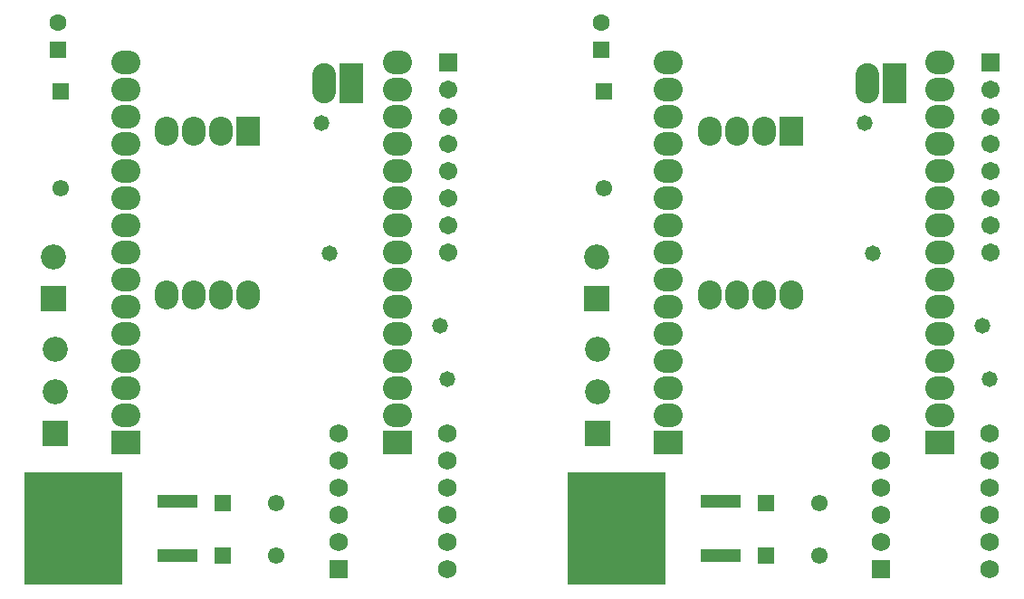
<source format=gbr>
G04*
G04 #@! TF.GenerationSoftware,Altium Limited,Altium Designer,25.0.2 (28)*
G04*
G04 Layer_Color=8388736*
%FSLAX44Y44*%
%MOMM*%
G71*
G04*
G04 #@! TF.SameCoordinates,8B6BD92A-2743-4FC7-A306-186CE1EE4446*
G04*
G04*
G04 #@! TF.FilePolarity,Negative*
G04*
G01*
G75*
%ADD39O,2.2032X3.7432*%
%ADD40R,2.2032X3.7432*%
%ADD41R,9.2032X10.5532*%
%ADD42R,3.7032X1.1532*%
%ADD43O,2.7032X2.2032*%
%ADD44R,2.7032X2.2032*%
%ADD45C,2.3532*%
%ADD46R,2.3532X2.3532*%
%ADD47C,1.7272*%
%ADD48R,1.7272X1.7272*%
%ADD49O,2.2032X2.7032*%
%ADD50R,2.2032X2.7032*%
%ADD51R,1.5532X1.5532*%
%ADD52C,1.5532*%
%ADD53C,1.7032*%
%ADD54R,1.7032X1.7032*%
%ADD55C,1.6032*%
%ADD56R,1.6032X1.6032*%
%ADD57R,1.5532X1.5532*%
%ADD58C,1.4732*%
D39*
X307690Y486770D02*
D03*
X815210D02*
D03*
D40*
X333090D02*
D03*
X840610D02*
D03*
D41*
X73240Y70220D02*
D03*
X580760D02*
D03*
D42*
X170740Y95620D02*
D03*
Y44820D02*
D03*
X678260Y95620D02*
D03*
Y44820D02*
D03*
D43*
X375740Y506270D02*
D03*
Y480870D02*
D03*
Y455470D02*
D03*
Y430070D02*
D03*
Y404670D02*
D03*
Y379270D02*
D03*
Y353870D02*
D03*
Y328470D02*
D03*
Y303070D02*
D03*
Y277670D02*
D03*
Y252270D02*
D03*
Y226870D02*
D03*
Y201470D02*
D03*
Y176070D02*
D03*
X121740Y226870D02*
D03*
Y506270D02*
D03*
Y480870D02*
D03*
Y455470D02*
D03*
Y430070D02*
D03*
Y404670D02*
D03*
Y379270D02*
D03*
Y353870D02*
D03*
Y328470D02*
D03*
Y303070D02*
D03*
Y277670D02*
D03*
Y252270D02*
D03*
Y201470D02*
D03*
Y176070D02*
D03*
X883260Y506270D02*
D03*
Y480870D02*
D03*
Y455470D02*
D03*
Y430070D02*
D03*
Y404670D02*
D03*
Y379270D02*
D03*
Y353870D02*
D03*
Y328470D02*
D03*
Y303070D02*
D03*
Y277670D02*
D03*
Y252270D02*
D03*
Y226870D02*
D03*
Y201470D02*
D03*
Y176070D02*
D03*
X629260Y226870D02*
D03*
Y506270D02*
D03*
Y480870D02*
D03*
Y455470D02*
D03*
Y430070D02*
D03*
Y404670D02*
D03*
Y379270D02*
D03*
Y353870D02*
D03*
Y328470D02*
D03*
Y303070D02*
D03*
Y277670D02*
D03*
Y252270D02*
D03*
Y201470D02*
D03*
Y176070D02*
D03*
D44*
X375740Y150670D02*
D03*
X121740D02*
D03*
X883260D02*
D03*
X629260D02*
D03*
D45*
X55990Y237820D02*
D03*
Y198220D02*
D03*
X54490Y324470D02*
D03*
X563510Y237820D02*
D03*
Y198220D02*
D03*
X562010Y324470D02*
D03*
D46*
X55990Y158620D02*
D03*
X54490Y284870D02*
D03*
X563510Y158620D02*
D03*
X562010Y284870D02*
D03*
D47*
X422590Y158720D02*
D03*
Y133320D02*
D03*
Y107920D02*
D03*
Y82520D02*
D03*
Y57120D02*
D03*
Y31720D02*
D03*
X320990Y133320D02*
D03*
Y57120D02*
D03*
Y158720D02*
D03*
Y107920D02*
D03*
Y82520D02*
D03*
X930110Y158720D02*
D03*
Y133320D02*
D03*
Y107920D02*
D03*
Y82520D02*
D03*
Y57120D02*
D03*
Y31720D02*
D03*
X828510Y133320D02*
D03*
Y57120D02*
D03*
Y158720D02*
D03*
Y107920D02*
D03*
Y82520D02*
D03*
D48*
X320990Y31720D02*
D03*
X828510D02*
D03*
D49*
X160290Y288570D02*
D03*
X185690D02*
D03*
X211090D02*
D03*
X236490D02*
D03*
X160290Y441970D02*
D03*
X185690D02*
D03*
X211090D02*
D03*
X667810Y288570D02*
D03*
X693210D02*
D03*
X718610D02*
D03*
X744010D02*
D03*
X667810Y441970D02*
D03*
X693210D02*
D03*
X718610D02*
D03*
D50*
X236490D02*
D03*
X744010D02*
D03*
D51*
X212990Y93720D02*
D03*
Y44470D02*
D03*
X720510Y93720D02*
D03*
Y44470D02*
D03*
D52*
X262990Y93720D02*
D03*
Y44470D02*
D03*
X61490Y388720D02*
D03*
X770510Y93720D02*
D03*
Y44470D02*
D03*
X569010Y388720D02*
D03*
D53*
X423240Y328520D02*
D03*
Y353920D02*
D03*
Y379320D02*
D03*
Y404720D02*
D03*
Y430120D02*
D03*
Y455520D02*
D03*
Y480920D02*
D03*
X930760Y328520D02*
D03*
Y353920D02*
D03*
Y379320D02*
D03*
Y404720D02*
D03*
Y430120D02*
D03*
Y455520D02*
D03*
Y480920D02*
D03*
D54*
X423240Y506320D02*
D03*
X930760D02*
D03*
D55*
X58990Y543671D02*
D03*
X566510D02*
D03*
D56*
X58990Y518270D02*
D03*
X566510D02*
D03*
D57*
X61490Y478720D02*
D03*
X569010D02*
D03*
D58*
X305240Y449220D02*
D03*
X312740Y327470D02*
D03*
X422590Y209892D02*
D03*
X415866Y260050D02*
D03*
X812760Y449220D02*
D03*
X820260Y327470D02*
D03*
X930110Y209892D02*
D03*
X923386Y260050D02*
D03*
M02*

</source>
